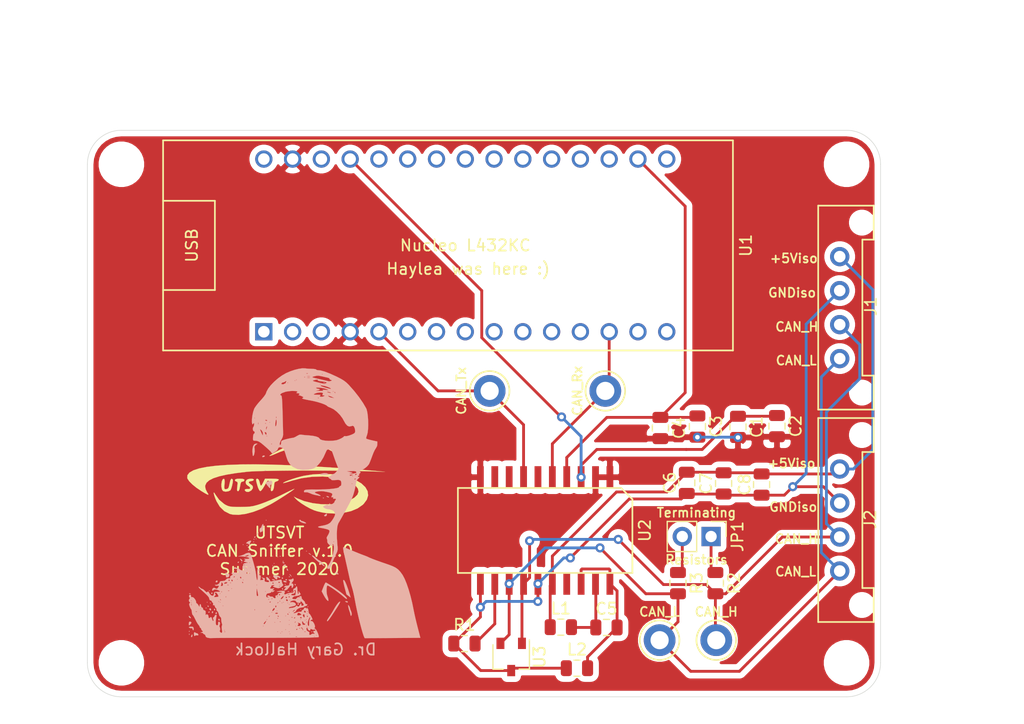
<source format=kicad_pcb>
(kicad_pcb (version 20171130) (host pcbnew "(5.1.6)-1")
  (layers (0 F.Cu signal) (31 B.Cu signal) (34 B.Paste user) (35 F.Paste user) (36 B.SilkS user) (37 F.SilkS user) (38 B.Mask user) (39 F.Mask user) (44 Edge.Cuts user))
  (net 0 "")
  (net 1 GND)
  (net 2 +5V)
  (net 3 +3V3)
  (net 4 "Net-(C5-Pad2)")
  (net 5 "Net-(C5-Pad1)")
  (net 6 "Net-(C6-Pad2)")
  (net 7 "Net-(C6-Pad1)")
  (net 8 /CAN_H)
  (net 9 /CAN_L)
  (net 10 "Net-(JP1-Pad2)")
  (net 11 "Net-(JP1-Pad1)")
  (net 12 /RSlope)
  (net 13 "Net-(U1-Pad30)")
  (net 14 "Net-(U1-Pad28)")
  (net 15 "Net-(U1-Pad26)")
  (net 16 "Net-(U1-Pad25)")
  (net 17 "Net-(U1-Pad24)")
  (net 18 "Net-(U1-Pad23)")
  (net 19 "Net-(U1-Pad22)")
  (net 20 "Net-(U1-Pad21)")
  (net 21 "Net-(U1-Pad20)")
  (net 22 "Net-(U1-Pad19)")
  (net 23 "Net-(U1-Pad18)")
  (net 24 "Net-(U1-Pad16)")
  (net 25 "Net-(U1-Pad15)")
  (net 26 "Net-(U1-Pad14)")
  (net 27 /CAN_Rx)
  (net 28 "Net-(U1-Pad12)")
  (net 29 "Net-(U1-Pad11)")
  (net 30 "Net-(U1-Pad10)")
  (net 31 "Net-(U1-Pad9)")
  (net 32 "Net-(U1-Pad8)")
  (net 33 "Net-(U1-Pad7)")
  (net 34 "Net-(U1-Pad6)")
  (net 35 /CAN_Tx)
  (net 36 "Net-(U1-Pad3)")
  (net 37 "Net-(U1-Pad2)")
  (net 38 "Net-(U1-Pad1)")
  (net 39 "Net-(U2-Pad17)")
  (net 40 "Net-(U2-Pad9)")
  (net 41 "Net-(U2-Pad8)")
  (net 42 "Net-(U2-Pad6)")
  (module TestPoint:TestPoint_Keystone_5005-5009_Compact (layer F.Cu) (at 135.5 86.5)
    (fp_text reference TP1 hide)
    (fp_text value TestPoint)
    (pad 1 thru_hole circle (at 0 0) (size 2.8 2.8) (drill 1.6) (layers *.Cu *.Mask) (net 35 /CAN_Tx))
  )
  (module MountingHole:MountingHole_3mm (layer F.Cu) (at 167 110.5)
    (fp_text reference H4 hide)
    (fp_text value MountingHole)
    (pad 1 np_thru_hole circle (at 0 0) (size 3 3) (drill 3) (layers *.Cu *.Mask))
  )
  (module MountingHole:MountingHole_3mm (layer F.Cu) (at 103 110.5)
    (fp_text reference H3 hide)
    (fp_text value MountingHole)
    (pad 1 np_thru_hole circle (at 0 0) (size 3 3) (drill 3) (layers *.Cu *.Mask))
  )
  (module MountingHole:MountingHole_3mm (layer F.Cu) (at 167 66.5)
    (fp_text reference H2 hide)
    (fp_text value MountingHole)
    (pad 1 np_thru_hole circle (at 0 0) (size 3 3) (drill 3) (layers *.Cu *.Mask))
  )
  (module MountingHole:MountingHole_3mm (layer F.Cu) (at 103 66.5)
    (fp_text reference H1 hide)
    (fp_text value MountingHole)
    (pad 1 np_thru_hole circle (at 0 0) (size 3 3) (drill 3) (layers *.Cu *.Mask))
  )
  (module Capacitor_SMD:C_0805_2012Metric (layer F.Cu) (at 156.1465 94.6658 270)
    (fp_text reference C7 (at 0 1.5465 90) (layer F.SilkS))
    (fp_text value "0.1 uF")
    (pad 2 smd roundrect (at 0.9375 0 270) (size 0.975 1.4) (layers F.Cu F.Paste F.Mask) (net 6 "Net-(C6-Pad2)"))
    (pad 1 smd roundrect (at -0.9375 0 270) (size 0.975 1.4) (layers F.Cu F.Paste F.Mask) (net 7 "Net-(C6-Pad1)"))
  )
  (module TestPoint:TestPoint_Keystone_5005-5009_Compact (layer F.Cu) (at 150.5 108.5 270)
    (fp_text reference TP4 hide)
    (fp_text value TestPoint)
    (pad 1 thru_hole circle (at 0 0 270) (size 2.8 2.8) (drill 1.6) (layers *.Cu *.Mask) (net 9 /CAN_L))
  )
  (module TestPoint:TestPoint_Keystone_5005-5009_Compact (layer F.Cu) (at 155.5 108.5 270)
    (fp_text reference TP3 hide)
    (fp_text value TestPoint)
    (pad 1 thru_hole circle (at 0 0 270) (size 2.8 2.8) (drill 1.6) (layers *.Cu *.Mask) (net 8 /CAN_H))
  )
  (module TestPoint:TestPoint_Keystone_5005-5009_Compact (layer F.Cu) (at 145.7071 86.5)
    (fp_text reference TP2 hide)
    (fp_text value TestPoint)
    (pad 1 thru_hole circle (at 0 0) (size 2.8 2.8) (drill 1.6) (layers *.Cu *.Mask) (net 27 /CAN_Rx))
  )
  (module UTSVT_Connectors:Molex_MicroFit3.0_1x4xP3.00mm_PolarizingPeg_Vertical (layer F.Cu) (at 166.3954 93.3958 270)
    (fp_text reference J2 (at 4.445 -2.6924 90) (layer F.SilkS))
    (fp_text value CANConnOut)
    (pad "" np_thru_hole circle (at -3 -1.96 270) (size 1.27 1.27) (drill 1.27) (layers *.Cu *.Mask))
    (pad 3 thru_hole circle (at 6 0 270) (size 1.7 1.7) (drill 1.02) (layers *.Cu *.Mask) (net 8 /CAN_H))
    (pad 2 thru_hole circle (at 3 0 270) (size 1.7 1.7) (drill 1.02) (layers *.Cu *.Mask) (net 6 "Net-(C6-Pad2)"))
    (pad 1 thru_hole circle (at 0 0 270) (size 1.7 1.7) (drill 1.02) (layers *.Cu *.Mask) (net 7 "Net-(C6-Pad1)"))
    (pad "" np_thru_hole circle (at 12 -1.96 270) (size 1.27 1.27) (drill 1.27) (layers *.Cu *.Mask))
    (pad 4 thru_hole circle (at 9 0 270) (size 1.7 1.7) (drill 1.02) (layers *.Cu *.Mask) (net 9 /CAN_L))
  )
  (module Package_TO_SOT_SMD:SOT-23W (layer F.Cu) (at 137.4013 109.982 270)
    (fp_text reference U3 (at 0 -2.5 90) (layer F.SilkS))
    (fp_text value CDSOT23-T24CAN)
    (pad 3 smd rect (at 1.2 0 270) (size 1 0.7) (layers F.Cu F.Paste F.Mask) (net 6 "Net-(C6-Pad2)"))
    (pad 2 smd rect (at -1.2 0.95 270) (size 1 0.7) (layers F.Cu F.Paste F.Mask) (net 9 /CAN_L))
    (pad 1 smd rect (at -1.2 -0.95 270) (size 1 0.7) (layers F.Cu F.Paste F.Mask) (net 8 /CAN_H))
  )
  (module UTSVT_ICs:SOIC-20W_7.5x15.4mm_Pitch1.27mm (layer F.Cu) (at 140.3985 98.8187 270)
    (fp_text reference U2 (at 0 -8.8 90) (layer F.SilkS))
    (fp_text value ADM3055E)
    (pad 20 smd rect (at 4.7 -5.715 270) (size 1.95 0.6) (layers F.Cu F.Paste F.Mask) (net 4 "Net-(C5-Pad2)"))
    (pad 19 smd rect (at 4.7 -4.445 270) (size 1.95 0.6) (layers F.Cu F.Paste F.Mask) (net 5 "Net-(C5-Pad1)"))
    (pad 18 smd rect (at 4.7 -3.175 270) (size 1.95 0.6) (layers F.Cu F.Paste F.Mask) (net 4 "Net-(C5-Pad2)"))
    (pad 17 smd rect (at 4.7 -1.905 270) (size 1.95 0.6) (layers F.Cu F.Paste F.Mask) (net 39 "Net-(U2-Pad17)"))
    (pad 16 smd rect (at 4.7 -0.635 270) (size 1.95 0.6) (layers F.Cu F.Paste F.Mask) (net 7 "Net-(C6-Pad1)"))
    (pad 15 smd rect (at 4.7 0.635 270) (size 1.95 0.6) (layers F.Cu F.Paste F.Mask) (net 6 "Net-(C6-Pad2)"))
    (pad 14 smd rect (at 4.7 1.905 270) (size 1.95 0.6) (layers F.Cu F.Paste F.Mask) (net 8 /CAN_H))
    (pad 13 smd rect (at 4.7 3.175 270) (size 1.95 0.6) (layers F.Cu F.Paste F.Mask) (net 9 /CAN_L))
    (pad 12 smd rect (at 4.7 4.445 270) (size 1.95 0.6) (layers F.Cu F.Paste F.Mask) (net 12 /RSlope))
    (pad 11 smd rect (at 4.7 5.715 270) (size 1.95 0.6) (layers F.Cu F.Paste F.Mask) (net 6 "Net-(C6-Pad2)"))
    (pad 10 smd rect (at -4.7 5.715 270) (size 1.95 0.6) (layers F.Cu F.Paste F.Mask) (net 1 GND))
    (pad 9 smd rect (at -4.7 4.445 270) (size 1.95 0.6) (layers F.Cu F.Paste F.Mask) (net 40 "Net-(U2-Pad9)"))
    (pad 8 smd rect (at -4.7 3.175 270) (size 1.95 0.6) (layers F.Cu F.Paste F.Mask) (net 41 "Net-(U2-Pad8)"))
    (pad 7 smd rect (at -4.7 1.905 270) (size 1.95 0.6) (layers F.Cu F.Paste F.Mask) (net 35 /CAN_Tx))
    (pad 6 smd rect (at -4.7 0.635 270) (size 1.95 0.6) (layers F.Cu F.Paste F.Mask) (net 42 "Net-(U2-Pad6)"))
    (pad 5 smd rect (at -4.7 -0.635 270) (size 1.95 0.6) (layers F.Cu F.Paste F.Mask) (net 27 /CAN_Rx))
    (pad 4 smd rect (at -4.7 -1.905 270) (size 1.95 0.6) (layers F.Cu F.Paste F.Mask) (net 3 +3V3))
    (pad 3 smd rect (at -4.7 -3.175 270) (size 1.95 0.6) (layers F.Cu F.Paste F.Mask) (net 2 +5V))
    (pad 2 smd rect (at -4.7 -4.445 270) (size 1.95 0.6) (layers F.Cu F.Paste F.Mask) (net 1 GND))
    (pad 1 smd rect (at -4.7 -5.715 270) (size 1.95 0.6) (layers F.Cu F.Paste F.Mask) (net 1 GND))
  )
  (module UTSVT_Special:NucleoL432KC (layer F.Cu) (at 133.35 73.66)
    (fp_text reference U1 (at 24.765 0 90) (layer F.SilkS))
    (fp_text value Nucleo_L432KC)
    (fp_text user "Nucleo L432KC" (at 0 0) (layer F.SilkS))
    (fp_text user USB (at -24.13 0 90) (layer F.SilkS))
    (pad 30 thru_hole circle (at -17.78 -7.62) (size 1.524 1.524) (drill 1.02108) (layers *.Cu *.Mask) (net 13 "Net-(U1-Pad30)"))
    (pad 29 thru_hole circle (at -15.24 -7.62) (size 1.524 1.524) (drill 1.02108) (layers *.Cu *.Mask) (net 1 GND))
    (pad 28 thru_hole circle (at -12.7 -7.62) (size 1.524 1.524) (drill 1.02108) (layers *.Cu *.Mask) (net 14 "Net-(U1-Pad28)"))
    (pad 27 thru_hole circle (at -10.16 -7.62) (size 1.524 1.524) (drill 1.02108) (layers *.Cu *.Mask) (net 2 +5V))
    (pad 26 thru_hole circle (at -7.62 -7.62) (size 1.524 1.524) (drill 1.02108) (layers *.Cu *.Mask) (net 15 "Net-(U1-Pad26)"))
    (pad 25 thru_hole circle (at -5.08 -7.62) (size 1.524 1.524) (drill 1.02108) (layers *.Cu *.Mask) (net 16 "Net-(U1-Pad25)"))
    (pad 24 thru_hole circle (at -2.54 -7.62) (size 1.524 1.524) (drill 1.02108) (layers *.Cu *.Mask) (net 17 "Net-(U1-Pad24)"))
    (pad 23 thru_hole circle (at 0 -7.62) (size 1.524 1.524) (drill 1.02108) (layers *.Cu *.Mask) (net 18 "Net-(U1-Pad23)"))
    (pad 22 thru_hole circle (at 2.54 -7.62) (size 1.524 1.524) (drill 1.02108) (layers *.Cu *.Mask) (net 19 "Net-(U1-Pad22)"))
    (pad 21 thru_hole circle (at 5.08 -7.62) (size 1.524 1.524) (drill 1.02108) (layers *.Cu *.Mask) (net 20 "Net-(U1-Pad21)"))
    (pad 20 thru_hole circle (at 7.62 -7.62) (size 1.524 1.524) (drill 1.02108) (layers *.Cu *.Mask) (net 21 "Net-(U1-Pad20)"))
    (pad 19 thru_hole circle (at 10.16 -7.62) (size 1.524 1.524) (drill 1.02108) (layers *.Cu *.Mask) (net 22 "Net-(U1-Pad19)"))
    (pad 18 thru_hole circle (at 12.7 -7.62) (size 1.524 1.524) (drill 1.02108) (layers *.Cu *.Mask) (net 23 "Net-(U1-Pad18)"))
    (pad 17 thru_hole circle (at 15.24 -7.62) (size 1.524 1.524) (drill 1.02108) (layers *.Cu *.Mask) (net 3 +3V3))
    (pad 16 thru_hole circle (at 17.78 -7.62) (size 1.524 1.524) (drill 1.02108) (layers *.Cu *.Mask) (net 24 "Net-(U1-Pad16)"))
    (pad 15 thru_hole circle (at 17.78 7.62) (size 1.524 1.524) (drill 1.02108) (layers *.Cu *.Mask) (net 25 "Net-(U1-Pad15)"))
    (pad 14 thru_hole circle (at 15.24 7.62) (size 1.524 1.524) (drill 1.02108) (layers *.Cu *.Mask) (net 26 "Net-(U1-Pad14)"))
    (pad 13 thru_hole circle (at 12.7 7.62) (size 1.524 1.524) (drill 1.02108) (layers *.Cu *.Mask) (net 27 /CAN_Rx))
    (pad 12 thru_hole circle (at 10.16 7.62) (size 1.524 1.524) (drill 1.02108) (layers *.Cu *.Mask) (net 28 "Net-(U1-Pad12)"))
    (pad 11 thru_hole circle (at 7.62 7.62) (size 1.524 1.524) (drill 1.02108) (layers *.Cu *.Mask) (net 29 "Net-(U1-Pad11)"))
    (pad 10 thru_hole circle (at 5.08 7.62) (size 1.524 1.524) (drill 1.02108) (layers *.Cu *.Mask) (net 30 "Net-(U1-Pad10)"))
    (pad 9 thru_hole circle (at 2.54 7.62) (size 1.524 1.524) (drill 1.02108) (layers *.Cu *.Mask) (net 31 "Net-(U1-Pad9)"))
    (pad 8 thru_hole circle (at 0 7.62) (size 1.524 1.524) (drill 1.02108) (layers *.Cu *.Mask) (net 32 "Net-(U1-Pad8)"))
    (pad 7 thru_hole circle (at -2.54 7.62) (size 1.524 1.524) (drill 1.02108) (layers *.Cu *.Mask) (net 33 "Net-(U1-Pad7)"))
    (pad 6 thru_hole circle (at -5.08 7.62) (size 1.524 1.524) (drill 1.02108) (layers *.Cu *.Mask) (net 34 "Net-(U1-Pad6)"))
    (pad 5 thru_hole circle (at -7.62 7.62) (size 1.524 1.524) (drill 1.02108) (layers *.Cu *.Mask) (net 35 /CAN_Tx))
    (pad 4 thru_hole circle (at -10.16 7.62) (size 1.524 1.524) (drill 1.02108) (layers *.Cu *.Mask) (net 1 GND))
    (pad 3 thru_hole circle (at -12.7 7.62) (size 1.524 1.524) (drill 1.02108) (layers *.Cu *.Mask) (net 36 "Net-(U1-Pad3)"))
    (pad 2 thru_hole circle (at -15.24 7.62) (size 1.524 1.524) (drill 1.02108) (layers *.Cu *.Mask) (net 37 "Net-(U1-Pad2)"))
    (pad 1 thru_hole rect (at -17.78 7.62) (size 1.524 1.524) (drill 1.02108) (layers *.Cu *.Mask) (net 38 "Net-(U1-Pad1)"))
  )
  (module Resistor_SMD:R_0805_2012Metric (layer F.Cu) (at 152.1206 103.4669 270)
    (fp_text reference R3 (at 0 -1.65 90) (layer F.SilkS))
    (fp_text value 60)
    (pad 2 smd roundrect (at 0.9375 0 270) (size 0.975 1.4) (layers F.Cu F.Paste F.Mask) (net 9 /CAN_L))
    (pad 1 smd roundrect (at -0.9375 0 270) (size 0.975 1.4) (layers F.Cu F.Paste F.Mask) (net 10 "Net-(JP1-Pad2)"))
  )
  (module Resistor_SMD:R_0805_2012Metric (layer F.Cu) (at 155.4226 103.4669 270)
    (fp_text reference R2 (at 0 -1.65 90) (layer F.SilkS))
    (fp_text value 60)
    (pad 2 smd roundrect (at 0.9375 0 270) (size 0.975 1.4) (layers F.Cu F.Paste F.Mask) (net 8 /CAN_H))
    (pad 1 smd roundrect (at -0.9375 0 270) (size 0.975 1.4) (layers F.Cu F.Paste F.Mask) (net 11 "Net-(JP1-Pad1)"))
  )
  (module Resistor_SMD:R_0805_2012Metric (layer F.Cu) (at 133.2738 108.8009)
    (fp_text reference R1 (at 0 -1.65) (layer F.SilkS))
    (fp_text value 0)
    (pad 2 smd roundrect (at 0.9375 0) (size 0.975 1.4) (layers F.Cu F.Paste F.Mask) (net 12 /RSlope))
    (pad 1 smd roundrect (at -0.9375 0) (size 0.975 1.4) (layers F.Cu F.Paste F.Mask) (net 6 "Net-(C6-Pad2)"))
  )
  (module Inductor_SMD:L_0805_2012Metric (layer F.Cu) (at 143.2052 110.9726)
    (fp_text reference L2 (at 0 -1.65) (layer F.SilkS))
    (fp_text value "2 kH")
    (pad 2 smd roundrect (at 0.9375 0) (size 0.975 1.4) (layers F.Cu F.Paste F.Mask) (net 4 "Net-(C5-Pad2)"))
    (pad 1 smd roundrect (at -0.9375 0) (size 0.975 1.4) (layers F.Cu F.Paste F.Mask) (net 6 "Net-(C6-Pad2)"))
  )
  (module Inductor_SMD:L_0805_2012Metric (layer F.Cu) (at 141.7828 107.3531)
    (fp_text reference L1 (at 0 -1.65) (layer F.SilkS))
    (fp_text value "2 kH")
    (pad 2 smd roundrect (at 0.9375 0) (size 0.975 1.4) (layers F.Cu F.Paste F.Mask) (net 5 "Net-(C5-Pad1)"))
    (pad 1 smd roundrect (at -0.9375 0) (size 0.975 1.4) (layers F.Cu F.Paste F.Mask) (net 7 "Net-(C6-Pad1)"))
  )
  (module Connector_PinHeader_2.54mm:PinHeader_1x02_P2.54mm_Vertical (layer F.Cu) (at 155.0416 99.3521 270)
    (fp_text reference JP1 (at 0 -2.33 90) (layer F.SilkS))
    (fp_text value Jumper_NC_Small)
    (pad 2 thru_hole oval (at 0 2.54 270) (size 1.7 1.7) (drill 1) (layers *.Cu *.Mask) (net 10 "Net-(JP1-Pad2)"))
    (pad 1 thru_hole rect (at 0 0 270) (size 1.7 1.7) (drill 1) (layers *.Cu *.Mask) (net 11 "Net-(JP1-Pad1)"))
  )
  (module UTSVT_Connectors:Molex_MicroFit3.0_1x4xP3.00mm_PolarizingPeg_Vertical (layer F.Cu) (at 166.3954 74.6506 270)
    (fp_text reference J1 (at 4.3843 -2.7432 90) (layer F.SilkS))
    (fp_text value CANConnIn)
    (pad "" np_thru_hole circle (at -3 -1.96 270) (size 1.27 1.27) (drill 1.27) (layers *.Cu *.Mask))
    (pad 3 thru_hole circle (at 6 0 270) (size 1.7 1.7) (drill 1.02) (layers *.Cu *.Mask) (net 8 /CAN_H))
    (pad 2 thru_hole circle (at 3 0 270) (size 1.7 1.7) (drill 1.02) (layers *.Cu *.Mask) (net 6 "Net-(C6-Pad2)"))
    (pad 1 thru_hole circle (at 0 0 270) (size 1.7 1.7) (drill 1.02) (layers *.Cu *.Mask) (net 7 "Net-(C6-Pad1)"))
    (pad "" np_thru_hole circle (at 12 -1.96 270) (size 1.27 1.27) (drill 1.27) (layers *.Cu *.Mask))
    (pad 4 thru_hole circle (at 9 0 270) (size 1.7 1.7) (drill 1.02) (layers *.Cu *.Mask) (net 9 /CAN_L))
  )
  (module Capacitor_SMD:C_0805_2012Metric (layer F.Cu) (at 159.4993 94.7674 270)
    (fp_text reference C8 (at 0 1.4993 90) (layer F.SilkS))
    (fp_text value "0.01 uF")
    (pad 2 smd roundrect (at 0.9375 0 270) (size 0.975 1.4) (layers F.Cu F.Paste F.Mask) (net 6 "Net-(C6-Pad2)"))
    (pad 1 smd roundrect (at -0.9375 0 270) (size 0.975 1.4) (layers F.Cu F.Paste F.Mask) (net 7 "Net-(C6-Pad1)"))
  )
  (module Capacitor_SMD:C_0805_2012Metric (layer F.Cu) (at 152.8953 94.615 270)
    (fp_text reference C6 (at 0 1.4953 90) (layer F.SilkS))
    (fp_text value "10 uF")
    (pad 2 smd roundrect (at 0.9375 0 270) (size 0.975 1.4) (layers F.Cu F.Paste F.Mask) (net 6 "Net-(C6-Pad2)"))
    (pad 1 smd roundrect (at -0.9375 0 270) (size 0.975 1.4) (layers F.Cu F.Paste F.Mask) (net 7 "Net-(C6-Pad1)"))
  )
  (module Capacitor_SMD:C_0805_2012Metric (layer F.Cu) (at 145.8087 107.3785)
    (fp_text reference C5 (at 0 -1.65) (layer F.SilkS))
    (fp_text value "0.22 uF")
    (pad 2 smd roundrect (at 0.9375 0) (size 0.975 1.4) (layers F.Cu F.Paste F.Mask) (net 4 "Net-(C5-Pad2)"))
    (pad 1 smd roundrect (at -0.9375 0) (size 0.975 1.4) (layers F.Cu F.Paste F.Mask) (net 5 "Net-(C5-Pad1)"))
  )
  (module Capacitor_SMD:C_0805_2012Metric (layer F.Cu) (at 150.5712 89.7763 270)
    (fp_text reference C4 (at 0 -1.65 90) (layer F.SilkS))
    (fp_text value "0.01 uF")
    (pad 2 smd roundrect (at 0.9375 0 270) (size 0.975 1.4) (layers F.Cu F.Paste F.Mask) (net 1 GND))
    (pad 1 smd roundrect (at -0.9375 0 270) (size 0.975 1.4) (layers F.Cu F.Paste F.Mask) (net 3 +3V3))
  )
  (module Capacitor_SMD:C_0805_2012Metric (layer F.Cu) (at 153.8351 89.647 270)
    (fp_text reference C3 (at 0 -1.65 90) (layer F.SilkS))
    (fp_text value "0.1 uF")
    (pad 2 smd roundrect (at 0.9375 0 270) (size 0.975 1.4) (layers F.Cu F.Paste F.Mask) (net 1 GND))
    (pad 1 smd roundrect (at -0.9375 0 270) (size 0.975 1.4) (layers F.Cu F.Paste F.Mask) (net 3 +3V3))
  )
  (module Capacitor_SMD:C_0805_2012Metric (layer F.Cu) (at 160.8582 89.6112 270)
    (fp_text reference C2 (at 0 -1.65 90) (layer F.SilkS))
    (fp_text value "0.1 uF")
    (pad 2 smd roundrect (at 0.9375 0 270) (size 0.975 1.4) (layers F.Cu F.Paste F.Mask) (net 1 GND))
    (pad 1 smd roundrect (at -0.9375 0 270) (size 0.975 1.4) (layers F.Cu F.Paste F.Mask) (net 2 +5V))
  )
  (module Capacitor_SMD:C_0805_2012Metric (layer F.Cu) (at 157.4165 89.6747 270)
    (fp_text reference C1 (at 0 -1.65 90) (layer F.SilkS))
    (fp_text value "10 uF")
    (pad 2 smd roundrect (at 0.9375 0 270) (size 0.975 1.4) (layers F.Cu F.Paste F.Mask) (net 1 GND))
    (pad 1 smd roundrect (at -0.9375 0 270) (size 0.975 1.4) (layers F.Cu F.Paste F.Mask) (net 2 +5V))
  )
  (module UTSVT_Special:UTSVT_Logo_Symbol (layer F.Cu) (at 117.25 94.25)
    (fp_text reference LOGO1 hide)
    (fp_text value "UTSVT Logo" hide)
  )
  (module UTSVT_Special:Hallock_Image_Small (layer B.Cu) (at 120 96.102989 180)
    (fp_text reference LOGO2 hide)
    (fp_text value "Dr Hallock" hide)
  )
  (gr_text Resistors (at 153.75 101.4) (layer F.SilkS) (effects (font (size 0.8 0.8))))
  (gr_arc (start 103 110.5) (end 100 110.5) (angle -90) (layer Edge.Cuts) (width 0.05))
  (gr_arc (start 103 66.5) (end 103 63.5) (angle -90) (layer Edge.Cuts) (width 0.05))
  (gr_arc (start 167 66.5) (end 170 66.5) (angle -90) (layer Edge.Cuts) (width 0.05))
  (gr_arc (start 167 110.5) (end 167 113.5) (angle -90) (layer Edge.Cuts) (width 0.05))
  (gr_line (start 103 113.5) (end 167 113.5) (layer Edge.Cuts) (width 0.05))
  (gr_line (start 100 66.5) (end 100 110.5) (layer Edge.Cuts) (width 0.05))
  (gr_line (start 167 63.5) (end 103 63.5) (layer Edge.Cuts) (width 0.05))
  (gr_line (start 170 110.5) (end 170 66.5) (layer Edge.Cuts) (width 0.05))
  (gr_text "GNDiso\n" (at 162.2933 96.7486) (layer F.SilkS) (effects (font (size 0.8 0.8))))
  (gr_text "Haylea was here :)" (at 133.604 75.7301) (layer F.SilkS) (effects (font (size 1 1))))
  (gr_text "Dr. Gary Hallock" (at 119.2657 109.3216) (layer B.SilkS) (effects (font (size 1 1)) (justify mirror)))
  (gr_text "UTSVT\nCAN Sniffer v.1.0\nSummer 2020" (at 116.9539 100.617) (layer F.SilkS) (effects (font (size 1 1))))
  (gr_text CAN_L (at 150.5 106) (layer F.SilkS) (effects (font (size 0.8 0.8))))
  (gr_text "+5Viso\n" (at 162.1409 92.9005) (layer F.SilkS) (effects (font (size 0.8 0.8))))
  (gr_text CAN_H (at 162.5727 99.568) (layer F.SilkS) (effects (font (size 0.8 0.8))))
  (gr_text CAN_L (at 162.5092 102.4509) (layer F.SilkS) (effects (font (size 0.8 0.8))))
  (gr_text "+5Viso\n" (at 162.3441 74.803) (layer F.SilkS) (effects (font (size 0.8 0.8))))
  (gr_text "GNDiso\n" (at 162.1917 77.8383) (layer F.SilkS) (effects (font (size 0.8 0.8))))
  (gr_text CAN_H (at 162.6108 80.8482) (layer F.SilkS) (effects (font (size 0.8 0.8))))
  (gr_text CAN_L (at 162.56 83.82) (layer F.SilkS) (effects (font (size 0.8 0.8))))
  (gr_text Terminating (at 153.75 97.25) (layer F.SilkS) (effects (font (size 0.8 0.8))))
  (gr_text CAN_H (at 155.5 106) (layer F.SilkS) (effects (font (size 0.8 0.8))))
  (gr_text CAN_Rx (at 143.25 86.5 90) (layer F.SilkS) (effects (font (size 0.8 0.8))))
  (gr_text "CAN_Tx\n" (at 133 86.5 90) (layer F.SilkS) (effects (font (size 0.8 0.8))))
  (segment (start 157.8483 91.044) (end 157.4165 90.6122) (width 0.25) (layer F.Cu) (net 1))
  (segment (start 160.7947 90.6122) (end 160.8582 90.5487) (width 0.25) (layer F.Cu) (net 1))
  (segment (start 144.8435 94.1187) (end 146.1135 94.1187) (width 0.25) (layer F.Cu) (net 1))
  (segment (start 146.1135 94.1187) (end 146.1135 93.2284) (width 0.25) (layer F.Cu) (net 1))
  (segment (start 153.7058 90.7138) (end 153.8351 90.5845) (width 0.25) (layer F.Cu) (net 1))
  (segment (start 150.5712 90.7138) (end 153.7058 90.7138) (width 0.25) (layer F.Cu) (net 1))
  (via (at 153.8351 90.5845) (size 0.8) (drill 0.4) (layers F.Cu B.Cu) (net 1))
  (via (at 157.4165 90.6122) (size 0.8) (drill 0.4) (layers F.Cu B.Cu) (net 1))
  (segment (start 153.8351 90.5845) (end 157.3888 90.5845) (width 0.25) (layer B.Cu) (net 1))
  (segment (start 157.3888 90.5845) (end 157.4165 90.6122) (width 0.25) (layer B.Cu) (net 1))
  (segment (start 134.802999 81.801761) (end 141.875838 88.8746) (width 0.25) (layer F.Cu) (net 2))
  (segment (start 123.19 66.04) (end 134.802999 77.652999) (width 0.25) (layer F.Cu) (net 2))
  (segment (start 134.802999 77.652999) (end 134.802999 81.801761) (width 0.25) (layer F.Cu) (net 2))
  (segment (start 143.5735 94.1187) (end 143.5735 93.0529) (width 0.25) (layer F.Cu) (net 2))
  (segment (start 143.5735 93.0529) (end 144.9578 91.6686) (width 0.25) (layer F.Cu) (net 2))
  (segment (start 144.9578 91.6686) (end 152.8572 91.6686) (width 0.25) (layer F.Cu) (net 2))
  (segment (start 152.8572 91.6686) (end 152.8572 91.6582) (width 0.25) (layer F.Cu) (net 2))
  (segment (start 160.7947 88.7372) (end 160.8582 88.6737) (width 0.25) (layer F.Cu) (net 2))
  (segment (start 157.4165 88.7372) (end 160.7947 88.7372) (width 0.25) (layer F.Cu) (net 2))
  (via (at 141.8463 88.7984) (size 0.8) (drill 0.4) (layers F.Cu B.Cu) (net 2))
  (segment (start 141.875838 88.8746) (end 141.875838 88.827938) (width 0.25) (layer F.Cu) (net 2))
  (segment (start 141.875838 88.827938) (end 141.8463 88.7984) (width 0.25) (layer F.Cu) (net 2))
  (via (at 143.5735 94.1187) (size 0.8) (drill 0.4) (layers F.Cu B.Cu) (net 2))
  (segment (start 141.8463 88.7984) (end 143.5735 90.5256) (width 0.25) (layer B.Cu) (net 2))
  (segment (start 143.5735 90.5256) (end 143.5735 94.1187) (width 0.25) (layer B.Cu) (net 2))
  (segment (start 154.25535 91.6686) (end 157.18675 88.7372) (width 0.25) (layer F.Cu) (net 2))
  (segment (start 157.18675 88.7372) (end 157.4165 88.7372) (width 0.25) (layer F.Cu) (net 2))
  (segment (start 152.8572 91.6686) (end 154.25535 91.6686) (width 0.25) (layer F.Cu) (net 2))
  (segment (start 153.7058 88.8388) (end 153.8351 88.7095) (width 0.25) (layer F.Cu) (net 3))
  (segment (start 150.5712 88.8388) (end 153.7058 88.8388) (width 0.25) (layer F.Cu) (net 3))
  (segment (start 149.1869 66.6369) (end 148.59 66.04) (width 0.25) (layer F.Cu) (net 3))
  (segment (start 145.8445 88.8388) (end 142.3035 92.3798) (width 0.25) (layer F.Cu) (net 3))
  (segment (start 142.3035 94.1187) (end 142.3035 92.3798) (width 0.25) (layer F.Cu) (net 3))
  (segment (start 150.5712 88.8388) (end 145.8445 88.8388) (width 0.25) (layer F.Cu) (net 3))
  (segment (start 150.5712 88.8388) (end 152.7579 86.6521) (width 0.25) (layer F.Cu) (net 3))
  (segment (start 152.7579 70.2079) (end 149.80285 67.25285) (width 0.25) (layer F.Cu) (net 3))
  (segment (start 152.7579 86.6521) (end 152.7579 70.2079) (width 0.25) (layer F.Cu) (net 3))
  (segment (start 148.59 66.04) (end 149.80285 67.25285) (width 0.25) (layer F.Cu) (net 3))
  (segment (start 149.80285 67.25285) (end 150.042999 67.492999) (width 0.25) (layer F.Cu) (net 3))
  (segment (start 144.1427 109.982) (end 146.7462 107.3785) (width 0.25) (layer F.Cu) (net 4))
  (segment (start 144.1427 110.9726) (end 144.1427 109.982) (width 0.25) (layer F.Cu) (net 4))
  (segment (start 146.7462 104.1514) (end 146.1135 103.5187) (width 0.25) (layer F.Cu) (net 4))
  (segment (start 146.7462 107.3785) (end 146.7462 104.1514) (width 0.25) (layer F.Cu) (net 4))
  (segment (start 146.1135 102.2937) (end 146.1135 103.5187) (width 0.25) (layer F.Cu) (net 4))
  (segment (start 146.038499 102.218699) (end 146.1135 102.2937) (width 0.25) (layer F.Cu) (net 4))
  (segment (start 143.648501 102.218699) (end 146.038499 102.218699) (width 0.25) (layer F.Cu) (net 4))
  (segment (start 143.5735 102.2937) (end 143.648501 102.218699) (width 0.25) (layer F.Cu) (net 4))
  (segment (start 143.5735 103.5187) (end 143.5735 102.2937) (width 0.25) (layer F.Cu) (net 4))
  (segment (start 144.8712 103.5464) (end 144.8435 103.5187) (width 0.25) (layer F.Cu) (net 5))
  (segment (start 144.8712 107.3785) (end 144.8712 103.5464) (width 0.25) (layer F.Cu) (net 5))
  (segment (start 142.7457 107.3785) (end 142.7203 107.3531) (width 0.25) (layer F.Cu) (net 5))
  (segment (start 144.8712 107.3785) (end 142.7457 107.3785) (width 0.25) (layer F.Cu) (net 5))
  (segment (start 156.2481 95.7049) (end 156.1465 95.6033) (width 0.25) (layer F.Cu) (net 6))
  (segment (start 159.4993 95.7049) (end 156.2481 95.7049) (width 0.25) (layer F.Cu) (net 6))
  (segment (start 152.9461 95.6033) (end 152.8953 95.5525) (width 0.25) (layer F.Cu) (net 6))
  (segment (start 156.1465 95.6033) (end 152.9461 95.6033) (width 0.25) (layer F.Cu) (net 6))
  (via (at 142.621 101.2421) (size 0.8) (drill 0.4) (layers F.Cu B.Cu) (net 6))
  (via (at 139.7635 103.5187) (size 0.8) (drill 0.4) (layers F.Cu B.Cu) (net 6))
  (segment (start 142.621 101.2421) (end 142.0401 101.2421) (width 0.25) (layer B.Cu) (net 6))
  (segment (start 142.0401 101.2421) (end 139.7635 103.5187) (width 0.25) (layer B.Cu) (net 6))
  (segment (start 134.6835 106.4537) (end 132.3363 108.8009) (width 0.25) (layer F.Cu) (net 6))
  (segment (start 142.0583 111.182) (end 142.2677 110.9726) (width 0.25) (layer F.Cu) (net 6))
  (via (at 139.7508 105.0798) (size 0.8) (drill 0.4) (layers F.Cu B.Cu) (net 6))
  (segment (start 139.7635 103.5187) (end 139.7635 105.0671) (width 0.25) (layer F.Cu) (net 6))
  (segment (start 139.7635 105.0671) (end 139.7508 105.0798) (width 0.25) (layer F.Cu) (net 6))
  (segment (start 136.398 105.0798) (end 135.1915 105.0798) (width 0.25) (layer B.Cu) (net 6))
  (via (at 134.6835 105.5878) (size 0.8) (drill 0.4) (layers F.Cu B.Cu) (net 6))
  (segment (start 139.7508 105.0798) (end 136.398 105.0798) (width 0.25) (layer B.Cu) (net 6))
  (segment (start 135.1915 105.0798) (end 134.6835 105.5878) (width 0.25) (layer B.Cu) (net 6))
  (segment (start 136.398 105.0798) (end 136.2446 105.0798) (width 0.25) (layer B.Cu) (net 6))
  (segment (start 134.6835 103.5187) (end 134.6835 105.5878) (width 0.25) (layer F.Cu) (net 6))
  (segment (start 134.6835 105.5878) (end 134.6835 106.4537) (width 0.25) (layer F.Cu) (net 6))
  (segment (start 164.9552 94.9556) (end 166.3954 96.3958) (width 0.25) (layer F.Cu) (net 6))
  (segment (start 137.6107 110.9726) (end 137.4013 111.182) (width 0.25) (layer F.Cu) (net 6))
  (segment (start 142.2677 110.9726) (end 137.6107 110.9726) (width 0.25) (layer F.Cu) (net 6))
  (segment (start 134.7174 111.182) (end 134.4116 110.8762) (width 0.25) (layer F.Cu) (net 6))
  (segment (start 137.4013 111.182) (end 134.7174 111.182) (width 0.25) (layer F.Cu) (net 6))
  (segment (start 132.3363 108.8009) (end 134.4116 110.8762) (width 0.25) (layer F.Cu) (net 6))
  (segment (start 166.3954 77.6506) (end 163.4363 80.6097) (width 0.25) (layer B.Cu) (net 6))
  (segment (start 163.4363 93.7722) (end 162.2529 94.9556) (width 0.25) (layer B.Cu) (net 6))
  (segment (start 163.4363 80.6097) (end 163.4363 93.7722) (width 0.25) (layer B.Cu) (net 6))
  (via (at 162.2529 94.9556) (size 0.8) (drill 0.4) (layers F.Cu B.Cu) (net 6))
  (segment (start 162.2529 94.9556) (end 164.9552 94.9556) (width 0.25) (layer F.Cu) (net 6))
  (segment (start 162.1894 95.0191) (end 162.2529 94.9556) (width 0.25) (layer F.Cu) (net 6))
  (segment (start 161.5036 95.7049) (end 162.2529 94.9556) (width 0.25) (layer F.Cu) (net 6))
  (segment (start 159.4993 95.7049) (end 161.5036 95.7049) (width 0.25) (layer F.Cu) (net 6))
  (segment (start 147.825073 96.038027) (end 142.621 101.2421) (width 0.25) (layer F.Cu) (net 6))
  (segment (start 152.409773 96.038027) (end 147.825073 96.038027) (width 0.25) (layer F.Cu) (net 6))
  (segment (start 152.8953 95.5525) (end 152.409773 96.038027) (width 0.25) (layer F.Cu) (net 6))
  (segment (start 140.8453 103.7069) (end 141.0335 103.5187) (width 0.25) (layer F.Cu) (net 7))
  (segment (start 140.8453 107.3531) (end 140.8453 103.7069) (width 0.25) (layer F.Cu) (net 7))
  (segment (start 156.0957 93.6775) (end 156.1465 93.7283) (width 0.25) (layer F.Cu) (net 7))
  (segment (start 152.8953 93.6775) (end 156.0957 93.6775) (width 0.25) (layer F.Cu) (net 7))
  (segment (start 159.3977 93.7283) (end 159.4993 93.8299) (width 0.25) (layer F.Cu) (net 7))
  (segment (start 156.1465 93.7283) (end 159.3977 93.7283) (width 0.25) (layer F.Cu) (net 7))
  (segment (start 166.0802 93.0806) (end 166.3954 93.3958) (width 0.25) (layer F.Cu) (net 7))
  (segment (start 169.315401 77.570601) (end 166.3954 74.6506) (width 0.25) (layer B.Cu) (net 7))
  (segment (start 169.315401 91.67788) (end 169.315401 77.570601) (width 0.25) (layer B.Cu) (net 7))
  (segment (start 167.597481 93.3958) (end 169.315401 91.67788) (width 0.25) (layer B.Cu) (net 7))
  (segment (start 166.3954 93.3958) (end 167.597481 93.3958) (width 0.25) (layer B.Cu) (net 7))
  (segment (start 166.1437 93.1441) (end 166.3954 93.3958) (width 0.25) (layer F.Cu) (net 7))
  (segment (start 165.9613 93.8299) (end 166.3954 93.3958) (width 0.25) (layer F.Cu) (net 7))
  (segment (start 159.4993 93.8299) (end 165.9613 93.8299) (width 0.25) (layer F.Cu) (net 7))
  (segment (start 146.694099 95.418701) (end 141.0335 101.0793) (width 0.25) (layer F.Cu) (net 7))
  (segment (start 151.154099 95.418701) (end 146.694099 95.418701) (width 0.25) (layer F.Cu) (net 7))
  (segment (start 152.8953 93.6775) (end 151.154099 95.418701) (width 0.25) (layer F.Cu) (net 7))
  (segment (start 141.0335 101.0793) (end 141.0335 103.5187) (width 0.25) (layer F.Cu) (net 7))
  (segment (start 138.3513 103.6609) (end 138.4935 103.5187) (width 0.25) (layer F.Cu) (net 8))
  (segment (start 138.3513 108.782) (end 138.3513 103.6609) (width 0.25) (layer F.Cu) (net 8))
  (segment (start 154.61009 103.59189) (end 150.83589 103.59189) (width 0.25) (layer F.Cu) (net 8))
  (segment (start 155.4226 104.4044) (end 154.61009 103.59189) (width 0.25) (layer F.Cu) (net 8))
  (segment (start 150.83589 103.59189) (end 146.8501 99.6061) (width 0.25) (layer F.Cu) (net 8))
  (via (at 146.8501 99.6061) (size 0.8) (drill 0.4) (layers F.Cu B.Cu) (net 8))
  (via (at 139.0269 99.7331) (size 0.8) (drill 0.4) (layers F.Cu B.Cu) (net 8))
  (segment (start 146.8501 99.6061) (end 139.1539 99.6061) (width 0.25) (layer B.Cu) (net 8))
  (segment (start 139.1539 99.6061) (end 139.0269 99.7331) (width 0.25) (layer B.Cu) (net 8))
  (segment (start 139.0269 102.9853) (end 138.4935 103.5187) (width 0.25) (layer F.Cu) (net 8))
  (segment (start 139.0269 99.7331) (end 139.0269 102.9853) (width 0.25) (layer F.Cu) (net 8))
  (segment (start 155.4226 104.4044) (end 156.3266 104.4044) (width 0.25) (layer F.Cu) (net 8))
  (segment (start 161.3352 99.3958) (end 156.3266 104.4044) (width 0.25) (layer F.Cu) (net 8))
  (segment (start 166.3954 99.3958) (end 161.3352 99.3958) (width 0.25) (layer F.Cu) (net 8))
  (segment (start 166.3954 80.6506) (end 168.1607 82.4159) (width 0.25) (layer B.Cu) (net 8))
  (segment (start 165.220399 98.220799) (end 166.3954 99.3958) (width 0.25) (layer B.Cu) (net 8))
  (segment (start 165.220399 88.364799) (end 165.220399 98.220799) (width 0.25) (layer B.Cu) (net 8))
  (segment (start 168.1607 85.424498) (end 165.220399 88.364799) (width 0.25) (layer B.Cu) (net 8))
  (segment (start 168.1607 82.4159) (end 168.1607 85.424498) (width 0.25) (layer B.Cu) (net 8))
  (segment (start 155.4226 108.4226) (end 155.5 108.5) (width 0.25) (layer F.Cu) (net 8))
  (segment (start 155.4226 104.4044) (end 155.4226 108.4226) (width 0.25) (layer F.Cu) (net 8))
  (segment (start 152.1206 104.4044) (end 149.2862 104.4044) (width 0.25) (layer F.Cu) (net 9))
  (via (at 145.2372 100.3554) (size 0.8) (drill 0.4) (layers F.Cu B.Cu) (net 9))
  (segment (start 149.2862 104.4044) (end 145.2372 100.3554) (width 0.25) (layer F.Cu) (net 9))
  (segment (start 145.2372 100.3554) (end 140.3868 100.3554) (width 0.25) (layer B.Cu) (net 9))
  (via (at 137.2235 103.5187) (size 0.8) (drill 0.4) (layers F.Cu B.Cu) (net 9))
  (segment (start 140.3868 100.3554) (end 137.2235 103.5187) (width 0.25) (layer B.Cu) (net 9))
  (segment (start 137.2235 108.0098) (end 137.2235 103.5187) (width 0.25) (layer F.Cu) (net 9))
  (segment (start 136.4513 108.782) (end 137.2235 108.0098) (width 0.25) (layer F.Cu) (net 9))
  (segment (start 166.3954 102.3958) (end 158.2758 110.5154) (width 0.25) (layer F.Cu) (net 9))
  (segment (start 164.770389 100.770789) (end 166.3954 102.3958) (width 0.25) (layer B.Cu) (net 9))
  (segment (start 164.770389 85.275611) (end 164.770389 100.770789) (width 0.25) (layer B.Cu) (net 9))
  (segment (start 166.3954 83.6506) (end 164.770389 85.275611) (width 0.25) (layer B.Cu) (net 9))
  (segment (start 150.5 108.5) (end 153.25 111.25) (width 0.25) (layer F.Cu) (net 9))
  (segment (start 157.5412 111.25) (end 158.2758 110.5154) (width 0.25) (layer F.Cu) (net 9))
  (segment (start 153.25 111.25) (end 157.5412 111.25) (width 0.25) (layer F.Cu) (net 9))
  (segment (start 152.1206 106.8794) (end 150.5 108.5) (width 0.25) (layer F.Cu) (net 9))
  (segment (start 152.1206 104.4044) (end 152.1206 106.8794) (width 0.25) (layer F.Cu) (net 9))
  (segment (start 152.5016 102.1484) (end 152.1206 102.5294) (width 0.25) (layer F.Cu) (net 10))
  (segment (start 152.5016 99.3521) (end 152.5016 102.1484) (width 0.25) (layer F.Cu) (net 10))
  (segment (start 155.0416 102.1484) (end 155.4226 102.5294) (width 0.25) (layer F.Cu) (net 11))
  (segment (start 155.0416 99.3521) (end 155.0416 102.1484) (width 0.25) (layer F.Cu) (net 11))
  (segment (start 135.9535 107.0587) (end 134.2113 108.8009) (width 0.25) (layer F.Cu) (net 12))
  (segment (start 135.9535 103.5187) (end 135.9535 107.0587) (width 0.25) (layer F.Cu) (net 12))
  (segment (start 141.0335 91.1736) (end 145.7071 86.5) (width 0.25) (layer F.Cu) (net 27))
  (segment (start 141.0335 94.1187) (end 141.0335 91.1736) (width 0.25) (layer F.Cu) (net 27))
  (segment (start 146.05 86.1571) (end 145.7071 86.5) (width 0.25) (layer F.Cu) (net 27))
  (segment (start 146.05 81.28) (end 146.05 86.1571) (width 0.25) (layer F.Cu) (net 27))
  (segment (start 130.95 86.5) (end 130.85 86.4) (width 0.25) (layer F.Cu) (net 35))
  (segment (start 135.5 86.5) (end 130.95 86.5) (width 0.25) (layer F.Cu) (net 35))
  (segment (start 130.85 86.4) (end 125.73 81.28) (width 0.25) (layer F.Cu) (net 35))
  (segment (start 138.4935 89.4935) (end 135.5 86.5) (width 0.25) (layer F.Cu) (net 35))
  (segment (start 138.4935 94.1187) (end 138.4935 89.4935) (width 0.25) (layer F.Cu) (net 35))
  (zone (net 1) (net_name GND) (layer F.Cu) (connect_pads (clearance 0.508)) (min_thickness 0.254) (fill yes (arc_segments 32) (thermal_gap 0.508) (thermal_bridge_width 0.508))
    (polygon (pts (xy 175.010714 115.56969) (xy 92.422614 115.887536) (xy 92.286186 59.220065) (xy 175.509286 58.889817)))
  )
)
</source>
